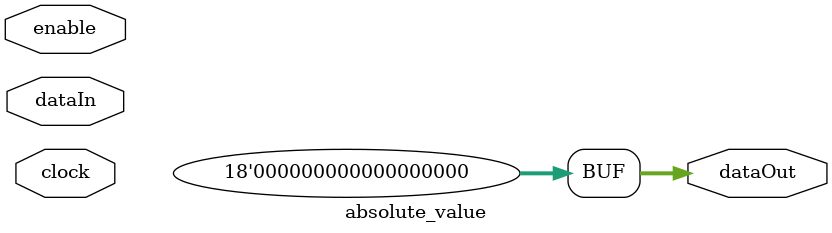
<source format=v>
module  absolute_value #(
	parameter DATA_WIDTH = 18
) (
	input clock,
	input enable,
	input signed [DATA_WIDTH - 1:0] dataIn,
	
	output reg signed [DATA_WIDTH - 1:0] dataOut
);


initial begin
	dataOut <= {(DATA_WIDTH){1'd0}};
end



always @ (posedge clock) begin
	if(enable) begin
	
	end
	else begin
	
	end

end


endmodule

</source>
